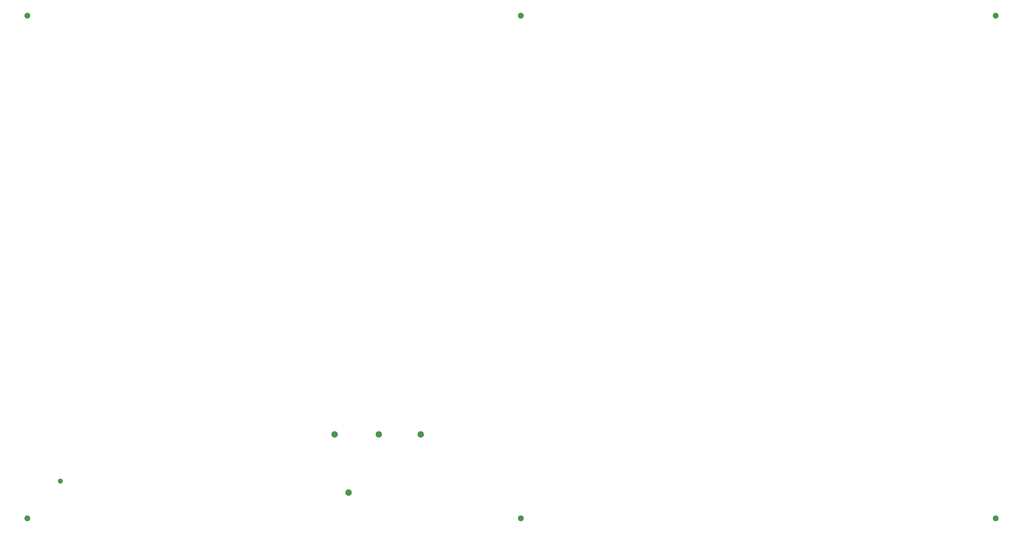
<source format=gbr>
%TF.GenerationSoftware,KiCad,Pcbnew,(5.1.10)-1*%
%TF.CreationDate,2022-04-25T14:41:32+01:00*%
%TF.ProjectId,Motherboard,4d6f7468-6572-4626-9f61-72642e6b6963,2.2*%
%TF.SameCoordinates,Original*%
%TF.FileFunction,NonPlated,1,8,NPTH,Drill*%
%TF.FilePolarity,Positive*%
%FSLAX46Y46*%
G04 Gerber Fmt 4.6, Leading zero omitted, Abs format (unit mm)*
G04 Created by KiCad (PCBNEW (5.1.10)-1) date 2022-04-25 14:41:32*
%MOMM*%
%LPD*%
G01*
G04 APERTURE LIST*
%TA.AperFunction,ComponentDrill*%
%ADD10C,2.700000*%
%TD*%
%TA.AperFunction,ComponentDrill*%
%ADD11C,3.200000*%
%TD*%
%TA.AperFunction,ComponentDrill*%
%ADD12C,3.500000*%
%TD*%
G04 APERTURE END LIST*
D10*
%TO.C,F1*%
X53619400Y-289507000D03*
D11*
%TO.C,REF\u002A\u002A*%
X35560000Y-35509200D03*
X35560000Y-309829200D03*
X304800000Y-35509200D03*
X304800000Y-309829200D03*
X563880000Y-35509200D03*
X563880000Y-309829200D03*
D12*
%TO.C,Q2*%
X203200000Y-264010000D03*
%TO.C,U13*%
X210820000Y-295760000D03*
%TO.C,U1*%
X227330000Y-264010000D03*
%TO.C,U2*%
X250190000Y-264010000D03*
M02*

</source>
